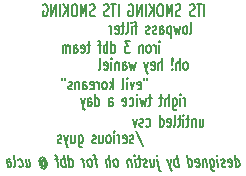
<source format=gbr>
%TF.GenerationSoftware,KiCad,Pcbnew,9.0.7*%
%TF.CreationDate,2026-01-27T19:55:09-08:00*%
%TF.ProjectId,gm_pogopin,676d5f70-6f67-46f7-9069-6e2e6b696361,rev?*%
%TF.SameCoordinates,Original*%
%TF.FileFunction,Legend,Bot*%
%TF.FilePolarity,Positive*%
%FSLAX46Y46*%
G04 Gerber Fmt 4.6, Leading zero omitted, Abs format (unit mm)*
G04 Created by KiCad (PCBNEW 9.0.7) date 2026-01-27 19:55:09*
%MOMM*%
%LPD*%
G01*
G04 APERTURE LIST*
%ADD10C,0.140000*%
%ADD11C,0.175000*%
G04 APERTURE END LIST*
D10*
X160992884Y-82670339D02*
X161059551Y-82622720D01*
X161059551Y-82622720D02*
X161092884Y-82527481D01*
X161092884Y-82527481D02*
X161092884Y-81670339D01*
X160626217Y-82670339D02*
X160692884Y-82622720D01*
X160692884Y-82622720D02*
X160726217Y-82575100D01*
X160726217Y-82575100D02*
X160759550Y-82479862D01*
X160759550Y-82479862D02*
X160759550Y-82194148D01*
X160759550Y-82194148D02*
X160726217Y-82098910D01*
X160726217Y-82098910D02*
X160692884Y-82051291D01*
X160692884Y-82051291D02*
X160626217Y-82003672D01*
X160626217Y-82003672D02*
X160526217Y-82003672D01*
X160526217Y-82003672D02*
X160459550Y-82051291D01*
X160459550Y-82051291D02*
X160426217Y-82098910D01*
X160426217Y-82098910D02*
X160392884Y-82194148D01*
X160392884Y-82194148D02*
X160392884Y-82479862D01*
X160392884Y-82479862D02*
X160426217Y-82575100D01*
X160426217Y-82575100D02*
X160459550Y-82622720D01*
X160459550Y-82622720D02*
X160526217Y-82670339D01*
X160526217Y-82670339D02*
X160626217Y-82670339D01*
X160159551Y-82003672D02*
X160026217Y-82670339D01*
X160026217Y-82670339D02*
X159892884Y-82194148D01*
X159892884Y-82194148D02*
X159759551Y-82670339D01*
X159759551Y-82670339D02*
X159626217Y-82003672D01*
X159359551Y-82003672D02*
X159359551Y-83003672D01*
X159359551Y-82051291D02*
X159292884Y-82003672D01*
X159292884Y-82003672D02*
X159159551Y-82003672D01*
X159159551Y-82003672D02*
X159092884Y-82051291D01*
X159092884Y-82051291D02*
X159059551Y-82098910D01*
X159059551Y-82098910D02*
X159026218Y-82194148D01*
X159026218Y-82194148D02*
X159026218Y-82479862D01*
X159026218Y-82479862D02*
X159059551Y-82575100D01*
X159059551Y-82575100D02*
X159092884Y-82622720D01*
X159092884Y-82622720D02*
X159159551Y-82670339D01*
X159159551Y-82670339D02*
X159292884Y-82670339D01*
X159292884Y-82670339D02*
X159359551Y-82622720D01*
X158426218Y-82670339D02*
X158426218Y-82146529D01*
X158426218Y-82146529D02*
X158459551Y-82051291D01*
X158459551Y-82051291D02*
X158526218Y-82003672D01*
X158526218Y-82003672D02*
X158659551Y-82003672D01*
X158659551Y-82003672D02*
X158726218Y-82051291D01*
X158426218Y-82622720D02*
X158492885Y-82670339D01*
X158492885Y-82670339D02*
X158659551Y-82670339D01*
X158659551Y-82670339D02*
X158726218Y-82622720D01*
X158726218Y-82622720D02*
X158759551Y-82527481D01*
X158759551Y-82527481D02*
X158759551Y-82432243D01*
X158759551Y-82432243D02*
X158726218Y-82337005D01*
X158726218Y-82337005D02*
X158659551Y-82289386D01*
X158659551Y-82289386D02*
X158492885Y-82289386D01*
X158492885Y-82289386D02*
X158426218Y-82241767D01*
X158126218Y-82622720D02*
X158059552Y-82670339D01*
X158059552Y-82670339D02*
X157926218Y-82670339D01*
X157926218Y-82670339D02*
X157859552Y-82622720D01*
X157859552Y-82622720D02*
X157826218Y-82527481D01*
X157826218Y-82527481D02*
X157826218Y-82479862D01*
X157826218Y-82479862D02*
X157859552Y-82384624D01*
X157859552Y-82384624D02*
X157926218Y-82337005D01*
X157926218Y-82337005D02*
X158026218Y-82337005D01*
X158026218Y-82337005D02*
X158092885Y-82289386D01*
X158092885Y-82289386D02*
X158126218Y-82194148D01*
X158126218Y-82194148D02*
X158126218Y-82146529D01*
X158126218Y-82146529D02*
X158092885Y-82051291D01*
X158092885Y-82051291D02*
X158026218Y-82003672D01*
X158026218Y-82003672D02*
X157926218Y-82003672D01*
X157926218Y-82003672D02*
X157859552Y-82051291D01*
X157559551Y-82622720D02*
X157492885Y-82670339D01*
X157492885Y-82670339D02*
X157359551Y-82670339D01*
X157359551Y-82670339D02*
X157292885Y-82622720D01*
X157292885Y-82622720D02*
X157259551Y-82527481D01*
X157259551Y-82527481D02*
X157259551Y-82479862D01*
X157259551Y-82479862D02*
X157292885Y-82384624D01*
X157292885Y-82384624D02*
X157359551Y-82337005D01*
X157359551Y-82337005D02*
X157459551Y-82337005D01*
X157459551Y-82337005D02*
X157526218Y-82289386D01*
X157526218Y-82289386D02*
X157559551Y-82194148D01*
X157559551Y-82194148D02*
X157559551Y-82146529D01*
X157559551Y-82146529D02*
X157526218Y-82051291D01*
X157526218Y-82051291D02*
X157459551Y-82003672D01*
X157459551Y-82003672D02*
X157359551Y-82003672D01*
X157359551Y-82003672D02*
X157292885Y-82051291D01*
X156526218Y-82003672D02*
X156259551Y-82003672D01*
X156426218Y-82670339D02*
X156426218Y-81813196D01*
X156426218Y-81813196D02*
X156392885Y-81717958D01*
X156392885Y-81717958D02*
X156326218Y-81670339D01*
X156326218Y-81670339D02*
X156259551Y-81670339D01*
X156026218Y-82670339D02*
X156026218Y-82003672D01*
X156026218Y-81670339D02*
X156059551Y-81717958D01*
X156059551Y-81717958D02*
X156026218Y-81765577D01*
X156026218Y-81765577D02*
X155992885Y-81717958D01*
X155992885Y-81717958D02*
X156026218Y-81670339D01*
X156026218Y-81670339D02*
X156026218Y-81765577D01*
X155592885Y-82670339D02*
X155659552Y-82622720D01*
X155659552Y-82622720D02*
X155692885Y-82527481D01*
X155692885Y-82527481D02*
X155692885Y-81670339D01*
X155426218Y-82003672D02*
X155159551Y-82003672D01*
X155326218Y-81670339D02*
X155326218Y-82527481D01*
X155326218Y-82527481D02*
X155292885Y-82622720D01*
X155292885Y-82622720D02*
X155226218Y-82670339D01*
X155226218Y-82670339D02*
X155159551Y-82670339D01*
X154659551Y-82622720D02*
X154726218Y-82670339D01*
X154726218Y-82670339D02*
X154859551Y-82670339D01*
X154859551Y-82670339D02*
X154926218Y-82622720D01*
X154926218Y-82622720D02*
X154959551Y-82527481D01*
X154959551Y-82527481D02*
X154959551Y-82146529D01*
X154959551Y-82146529D02*
X154926218Y-82051291D01*
X154926218Y-82051291D02*
X154859551Y-82003672D01*
X154859551Y-82003672D02*
X154726218Y-82003672D01*
X154726218Y-82003672D02*
X154659551Y-82051291D01*
X154659551Y-82051291D02*
X154626218Y-82146529D01*
X154626218Y-82146529D02*
X154626218Y-82241767D01*
X154626218Y-82241767D02*
X154959551Y-82337005D01*
X154326218Y-82670339D02*
X154326218Y-82003672D01*
X154326218Y-82194148D02*
X154292885Y-82098910D01*
X154292885Y-82098910D02*
X154259551Y-82051291D01*
X154259551Y-82051291D02*
X154192885Y-82003672D01*
X154192885Y-82003672D02*
X154126218Y-82003672D01*
X158392884Y-84270339D02*
X158392884Y-83603672D01*
X158392884Y-83270339D02*
X158426217Y-83317958D01*
X158426217Y-83317958D02*
X158392884Y-83365577D01*
X158392884Y-83365577D02*
X158359551Y-83317958D01*
X158359551Y-83317958D02*
X158392884Y-83270339D01*
X158392884Y-83270339D02*
X158392884Y-83365577D01*
X158059551Y-84270339D02*
X158059551Y-83603672D01*
X158059551Y-83794148D02*
X158026218Y-83698910D01*
X158026218Y-83698910D02*
X157992884Y-83651291D01*
X157992884Y-83651291D02*
X157926218Y-83603672D01*
X157926218Y-83603672D02*
X157859551Y-83603672D01*
X157526218Y-84270339D02*
X157592885Y-84222720D01*
X157592885Y-84222720D02*
X157626218Y-84175100D01*
X157626218Y-84175100D02*
X157659551Y-84079862D01*
X157659551Y-84079862D02*
X157659551Y-83794148D01*
X157659551Y-83794148D02*
X157626218Y-83698910D01*
X157626218Y-83698910D02*
X157592885Y-83651291D01*
X157592885Y-83651291D02*
X157526218Y-83603672D01*
X157526218Y-83603672D02*
X157426218Y-83603672D01*
X157426218Y-83603672D02*
X157359551Y-83651291D01*
X157359551Y-83651291D02*
X157326218Y-83698910D01*
X157326218Y-83698910D02*
X157292885Y-83794148D01*
X157292885Y-83794148D02*
X157292885Y-84079862D01*
X157292885Y-84079862D02*
X157326218Y-84175100D01*
X157326218Y-84175100D02*
X157359551Y-84222720D01*
X157359551Y-84222720D02*
X157426218Y-84270339D01*
X157426218Y-84270339D02*
X157526218Y-84270339D01*
X156992885Y-83603672D02*
X156992885Y-84270339D01*
X156992885Y-83698910D02*
X156959552Y-83651291D01*
X156959552Y-83651291D02*
X156892885Y-83603672D01*
X156892885Y-83603672D02*
X156792885Y-83603672D01*
X156792885Y-83603672D02*
X156726218Y-83651291D01*
X156726218Y-83651291D02*
X156692885Y-83746529D01*
X156692885Y-83746529D02*
X156692885Y-84270339D01*
X155892886Y-83270339D02*
X155459552Y-83270339D01*
X155459552Y-83270339D02*
X155692886Y-83651291D01*
X155692886Y-83651291D02*
X155592886Y-83651291D01*
X155592886Y-83651291D02*
X155526219Y-83698910D01*
X155526219Y-83698910D02*
X155492886Y-83746529D01*
X155492886Y-83746529D02*
X155459552Y-83841767D01*
X155459552Y-83841767D02*
X155459552Y-84079862D01*
X155459552Y-84079862D02*
X155492886Y-84175100D01*
X155492886Y-84175100D02*
X155526219Y-84222720D01*
X155526219Y-84222720D02*
X155592886Y-84270339D01*
X155592886Y-84270339D02*
X155792886Y-84270339D01*
X155792886Y-84270339D02*
X155859552Y-84222720D01*
X155859552Y-84222720D02*
X155892886Y-84175100D01*
X154326219Y-84270339D02*
X154326219Y-83270339D01*
X154326219Y-84222720D02*
X154392886Y-84270339D01*
X154392886Y-84270339D02*
X154526219Y-84270339D01*
X154526219Y-84270339D02*
X154592886Y-84222720D01*
X154592886Y-84222720D02*
X154626219Y-84175100D01*
X154626219Y-84175100D02*
X154659552Y-84079862D01*
X154659552Y-84079862D02*
X154659552Y-83794148D01*
X154659552Y-83794148D02*
X154626219Y-83698910D01*
X154626219Y-83698910D02*
X154592886Y-83651291D01*
X154592886Y-83651291D02*
X154526219Y-83603672D01*
X154526219Y-83603672D02*
X154392886Y-83603672D01*
X154392886Y-83603672D02*
X154326219Y-83651291D01*
X153992886Y-84270339D02*
X153992886Y-83270339D01*
X153992886Y-83651291D02*
X153926219Y-83603672D01*
X153926219Y-83603672D02*
X153792886Y-83603672D01*
X153792886Y-83603672D02*
X153726219Y-83651291D01*
X153726219Y-83651291D02*
X153692886Y-83698910D01*
X153692886Y-83698910D02*
X153659553Y-83794148D01*
X153659553Y-83794148D02*
X153659553Y-84079862D01*
X153659553Y-84079862D02*
X153692886Y-84175100D01*
X153692886Y-84175100D02*
X153726219Y-84222720D01*
X153726219Y-84222720D02*
X153792886Y-84270339D01*
X153792886Y-84270339D02*
X153926219Y-84270339D01*
X153926219Y-84270339D02*
X153992886Y-84222720D01*
X153459553Y-83603672D02*
X153192886Y-83603672D01*
X153359553Y-84270339D02*
X153359553Y-83413196D01*
X153359553Y-83413196D02*
X153326220Y-83317958D01*
X153326220Y-83317958D02*
X153259553Y-83270339D01*
X153259553Y-83270339D02*
X153192886Y-83270339D01*
X152526220Y-83603672D02*
X152259553Y-83603672D01*
X152426220Y-83270339D02*
X152426220Y-84127481D01*
X152426220Y-84127481D02*
X152392887Y-84222720D01*
X152392887Y-84222720D02*
X152326220Y-84270339D01*
X152326220Y-84270339D02*
X152259553Y-84270339D01*
X151759553Y-84222720D02*
X151826220Y-84270339D01*
X151826220Y-84270339D02*
X151959553Y-84270339D01*
X151959553Y-84270339D02*
X152026220Y-84222720D01*
X152026220Y-84222720D02*
X152059553Y-84127481D01*
X152059553Y-84127481D02*
X152059553Y-83746529D01*
X152059553Y-83746529D02*
X152026220Y-83651291D01*
X152026220Y-83651291D02*
X151959553Y-83603672D01*
X151959553Y-83603672D02*
X151826220Y-83603672D01*
X151826220Y-83603672D02*
X151759553Y-83651291D01*
X151759553Y-83651291D02*
X151726220Y-83746529D01*
X151726220Y-83746529D02*
X151726220Y-83841767D01*
X151726220Y-83841767D02*
X152059553Y-83937005D01*
X151126220Y-84270339D02*
X151126220Y-83746529D01*
X151126220Y-83746529D02*
X151159553Y-83651291D01*
X151159553Y-83651291D02*
X151226220Y-83603672D01*
X151226220Y-83603672D02*
X151359553Y-83603672D01*
X151359553Y-83603672D02*
X151426220Y-83651291D01*
X151126220Y-84222720D02*
X151192887Y-84270339D01*
X151192887Y-84270339D02*
X151359553Y-84270339D01*
X151359553Y-84270339D02*
X151426220Y-84222720D01*
X151426220Y-84222720D02*
X151459553Y-84127481D01*
X151459553Y-84127481D02*
X151459553Y-84032243D01*
X151459553Y-84032243D02*
X151426220Y-83937005D01*
X151426220Y-83937005D02*
X151359553Y-83889386D01*
X151359553Y-83889386D02*
X151192887Y-83889386D01*
X151192887Y-83889386D02*
X151126220Y-83841767D01*
X150792887Y-84270339D02*
X150792887Y-83603672D01*
X150792887Y-83698910D02*
X150759554Y-83651291D01*
X150759554Y-83651291D02*
X150692887Y-83603672D01*
X150692887Y-83603672D02*
X150592887Y-83603672D01*
X150592887Y-83603672D02*
X150526220Y-83651291D01*
X150526220Y-83651291D02*
X150492887Y-83746529D01*
X150492887Y-83746529D02*
X150492887Y-84270339D01*
X150492887Y-83746529D02*
X150459554Y-83651291D01*
X150459554Y-83651291D02*
X150392887Y-83603672D01*
X150392887Y-83603672D02*
X150292887Y-83603672D01*
X150292887Y-83603672D02*
X150226220Y-83651291D01*
X150226220Y-83651291D02*
X150192887Y-83746529D01*
X150192887Y-83746529D02*
X150192887Y-84270339D01*
X156392884Y-90872720D02*
X156992884Y-92158434D01*
X156192884Y-91872720D02*
X156126218Y-91920339D01*
X156126218Y-91920339D02*
X155992884Y-91920339D01*
X155992884Y-91920339D02*
X155926218Y-91872720D01*
X155926218Y-91872720D02*
X155892884Y-91777481D01*
X155892884Y-91777481D02*
X155892884Y-91729862D01*
X155892884Y-91729862D02*
X155926218Y-91634624D01*
X155926218Y-91634624D02*
X155992884Y-91587005D01*
X155992884Y-91587005D02*
X156092884Y-91587005D01*
X156092884Y-91587005D02*
X156159551Y-91539386D01*
X156159551Y-91539386D02*
X156192884Y-91444148D01*
X156192884Y-91444148D02*
X156192884Y-91396529D01*
X156192884Y-91396529D02*
X156159551Y-91301291D01*
X156159551Y-91301291D02*
X156092884Y-91253672D01*
X156092884Y-91253672D02*
X155992884Y-91253672D01*
X155992884Y-91253672D02*
X155926218Y-91301291D01*
X155326217Y-91872720D02*
X155392884Y-91920339D01*
X155392884Y-91920339D02*
X155526217Y-91920339D01*
X155526217Y-91920339D02*
X155592884Y-91872720D01*
X155592884Y-91872720D02*
X155626217Y-91777481D01*
X155626217Y-91777481D02*
X155626217Y-91396529D01*
X155626217Y-91396529D02*
X155592884Y-91301291D01*
X155592884Y-91301291D02*
X155526217Y-91253672D01*
X155526217Y-91253672D02*
X155392884Y-91253672D01*
X155392884Y-91253672D02*
X155326217Y-91301291D01*
X155326217Y-91301291D02*
X155292884Y-91396529D01*
X155292884Y-91396529D02*
X155292884Y-91491767D01*
X155292884Y-91491767D02*
X155626217Y-91587005D01*
X154992884Y-91920339D02*
X154992884Y-91253672D01*
X154992884Y-91444148D02*
X154959551Y-91348910D01*
X154959551Y-91348910D02*
X154926217Y-91301291D01*
X154926217Y-91301291D02*
X154859551Y-91253672D01*
X154859551Y-91253672D02*
X154792884Y-91253672D01*
X154559551Y-91920339D02*
X154559551Y-91253672D01*
X154559551Y-90920339D02*
X154592884Y-90967958D01*
X154592884Y-90967958D02*
X154559551Y-91015577D01*
X154559551Y-91015577D02*
X154526218Y-90967958D01*
X154526218Y-90967958D02*
X154559551Y-90920339D01*
X154559551Y-90920339D02*
X154559551Y-91015577D01*
X154126218Y-91920339D02*
X154192885Y-91872720D01*
X154192885Y-91872720D02*
X154226218Y-91825100D01*
X154226218Y-91825100D02*
X154259551Y-91729862D01*
X154259551Y-91729862D02*
X154259551Y-91444148D01*
X154259551Y-91444148D02*
X154226218Y-91348910D01*
X154226218Y-91348910D02*
X154192885Y-91301291D01*
X154192885Y-91301291D02*
X154126218Y-91253672D01*
X154126218Y-91253672D02*
X154026218Y-91253672D01*
X154026218Y-91253672D02*
X153959551Y-91301291D01*
X153959551Y-91301291D02*
X153926218Y-91348910D01*
X153926218Y-91348910D02*
X153892885Y-91444148D01*
X153892885Y-91444148D02*
X153892885Y-91729862D01*
X153892885Y-91729862D02*
X153926218Y-91825100D01*
X153926218Y-91825100D02*
X153959551Y-91872720D01*
X153959551Y-91872720D02*
X154026218Y-91920339D01*
X154026218Y-91920339D02*
X154126218Y-91920339D01*
X153292885Y-91253672D02*
X153292885Y-91920339D01*
X153592885Y-91253672D02*
X153592885Y-91777481D01*
X153592885Y-91777481D02*
X153559552Y-91872720D01*
X153559552Y-91872720D02*
X153492885Y-91920339D01*
X153492885Y-91920339D02*
X153392885Y-91920339D01*
X153392885Y-91920339D02*
X153326218Y-91872720D01*
X153326218Y-91872720D02*
X153292885Y-91825100D01*
X152992885Y-91872720D02*
X152926219Y-91920339D01*
X152926219Y-91920339D02*
X152792885Y-91920339D01*
X152792885Y-91920339D02*
X152726219Y-91872720D01*
X152726219Y-91872720D02*
X152692885Y-91777481D01*
X152692885Y-91777481D02*
X152692885Y-91729862D01*
X152692885Y-91729862D02*
X152726219Y-91634624D01*
X152726219Y-91634624D02*
X152792885Y-91587005D01*
X152792885Y-91587005D02*
X152892885Y-91587005D01*
X152892885Y-91587005D02*
X152959552Y-91539386D01*
X152959552Y-91539386D02*
X152992885Y-91444148D01*
X152992885Y-91444148D02*
X152992885Y-91396529D01*
X152992885Y-91396529D02*
X152959552Y-91301291D01*
X152959552Y-91301291D02*
X152892885Y-91253672D01*
X152892885Y-91253672D02*
X152792885Y-91253672D01*
X152792885Y-91253672D02*
X152726219Y-91301291D01*
X151559552Y-91253672D02*
X151559552Y-92063196D01*
X151559552Y-92063196D02*
X151592885Y-92158434D01*
X151592885Y-92158434D02*
X151626219Y-92206053D01*
X151626219Y-92206053D02*
X151692885Y-92253672D01*
X151692885Y-92253672D02*
X151792885Y-92253672D01*
X151792885Y-92253672D02*
X151859552Y-92206053D01*
X151559552Y-91872720D02*
X151626219Y-91920339D01*
X151626219Y-91920339D02*
X151759552Y-91920339D01*
X151759552Y-91920339D02*
X151826219Y-91872720D01*
X151826219Y-91872720D02*
X151859552Y-91825100D01*
X151859552Y-91825100D02*
X151892885Y-91729862D01*
X151892885Y-91729862D02*
X151892885Y-91444148D01*
X151892885Y-91444148D02*
X151859552Y-91348910D01*
X151859552Y-91348910D02*
X151826219Y-91301291D01*
X151826219Y-91301291D02*
X151759552Y-91253672D01*
X151759552Y-91253672D02*
X151626219Y-91253672D01*
X151626219Y-91253672D02*
X151559552Y-91301291D01*
X150926219Y-91253672D02*
X150926219Y-91920339D01*
X151226219Y-91253672D02*
X151226219Y-91777481D01*
X151226219Y-91777481D02*
X151192886Y-91872720D01*
X151192886Y-91872720D02*
X151126219Y-91920339D01*
X151126219Y-91920339D02*
X151026219Y-91920339D01*
X151026219Y-91920339D02*
X150959552Y-91872720D01*
X150959552Y-91872720D02*
X150926219Y-91825100D01*
X150659553Y-91253672D02*
X150492886Y-91920339D01*
X150326219Y-91253672D02*
X150492886Y-91920339D01*
X150492886Y-91920339D02*
X150559553Y-92158434D01*
X150559553Y-92158434D02*
X150592886Y-92206053D01*
X150592886Y-92206053D02*
X150659553Y-92253672D01*
X150092886Y-91872720D02*
X150026220Y-91920339D01*
X150026220Y-91920339D02*
X149892886Y-91920339D01*
X149892886Y-91920339D02*
X149826220Y-91872720D01*
X149826220Y-91872720D02*
X149792886Y-91777481D01*
X149792886Y-91777481D02*
X149792886Y-91729862D01*
X149792886Y-91729862D02*
X149826220Y-91634624D01*
X149826220Y-91634624D02*
X149892886Y-91587005D01*
X149892886Y-91587005D02*
X149992886Y-91587005D01*
X149992886Y-91587005D02*
X150059553Y-91539386D01*
X150059553Y-91539386D02*
X150092886Y-91444148D01*
X150092886Y-91444148D02*
X150092886Y-91396529D01*
X150092886Y-91396529D02*
X150059553Y-91301291D01*
X150059553Y-91301291D02*
X149992886Y-91253672D01*
X149992886Y-91253672D02*
X149892886Y-91253672D01*
X149892886Y-91253672D02*
X149826220Y-91301291D01*
X162192884Y-81170339D02*
X162192884Y-80170339D01*
X161959551Y-80170339D02*
X161559551Y-80170339D01*
X161759551Y-81170339D02*
X161759551Y-80170339D01*
X161359551Y-81122720D02*
X161259551Y-81170339D01*
X161259551Y-81170339D02*
X161092885Y-81170339D01*
X161092885Y-81170339D02*
X161026218Y-81122720D01*
X161026218Y-81122720D02*
X160992885Y-81075100D01*
X160992885Y-81075100D02*
X160959551Y-80979862D01*
X160959551Y-80979862D02*
X160959551Y-80884624D01*
X160959551Y-80884624D02*
X160992885Y-80789386D01*
X160992885Y-80789386D02*
X161026218Y-80741767D01*
X161026218Y-80741767D02*
X161092885Y-80694148D01*
X161092885Y-80694148D02*
X161226218Y-80646529D01*
X161226218Y-80646529D02*
X161292885Y-80598910D01*
X161292885Y-80598910D02*
X161326218Y-80551291D01*
X161326218Y-80551291D02*
X161359551Y-80456053D01*
X161359551Y-80456053D02*
X161359551Y-80360815D01*
X161359551Y-80360815D02*
X161326218Y-80265577D01*
X161326218Y-80265577D02*
X161292885Y-80217958D01*
X161292885Y-80217958D02*
X161226218Y-80170339D01*
X161226218Y-80170339D02*
X161059551Y-80170339D01*
X161059551Y-80170339D02*
X160959551Y-80217958D01*
X160159551Y-81122720D02*
X160059551Y-81170339D01*
X160059551Y-81170339D02*
X159892885Y-81170339D01*
X159892885Y-81170339D02*
X159826218Y-81122720D01*
X159826218Y-81122720D02*
X159792885Y-81075100D01*
X159792885Y-81075100D02*
X159759551Y-80979862D01*
X159759551Y-80979862D02*
X159759551Y-80884624D01*
X159759551Y-80884624D02*
X159792885Y-80789386D01*
X159792885Y-80789386D02*
X159826218Y-80741767D01*
X159826218Y-80741767D02*
X159892885Y-80694148D01*
X159892885Y-80694148D02*
X160026218Y-80646529D01*
X160026218Y-80646529D02*
X160092885Y-80598910D01*
X160092885Y-80598910D02*
X160126218Y-80551291D01*
X160126218Y-80551291D02*
X160159551Y-80456053D01*
X160159551Y-80456053D02*
X160159551Y-80360815D01*
X160159551Y-80360815D02*
X160126218Y-80265577D01*
X160126218Y-80265577D02*
X160092885Y-80217958D01*
X160092885Y-80217958D02*
X160026218Y-80170339D01*
X160026218Y-80170339D02*
X159859551Y-80170339D01*
X159859551Y-80170339D02*
X159759551Y-80217958D01*
X159459551Y-81170339D02*
X159459551Y-80170339D01*
X159459551Y-80170339D02*
X159226218Y-80884624D01*
X159226218Y-80884624D02*
X158992884Y-80170339D01*
X158992884Y-80170339D02*
X158992884Y-81170339D01*
X158526218Y-80170339D02*
X158392884Y-80170339D01*
X158392884Y-80170339D02*
X158326218Y-80217958D01*
X158326218Y-80217958D02*
X158259551Y-80313196D01*
X158259551Y-80313196D02*
X158226218Y-80503672D01*
X158226218Y-80503672D02*
X158226218Y-80837005D01*
X158226218Y-80837005D02*
X158259551Y-81027481D01*
X158259551Y-81027481D02*
X158326218Y-81122720D01*
X158326218Y-81122720D02*
X158392884Y-81170339D01*
X158392884Y-81170339D02*
X158526218Y-81170339D01*
X158526218Y-81170339D02*
X158592884Y-81122720D01*
X158592884Y-81122720D02*
X158659551Y-81027481D01*
X158659551Y-81027481D02*
X158692884Y-80837005D01*
X158692884Y-80837005D02*
X158692884Y-80503672D01*
X158692884Y-80503672D02*
X158659551Y-80313196D01*
X158659551Y-80313196D02*
X158592884Y-80217958D01*
X158592884Y-80217958D02*
X158526218Y-80170339D01*
X157926218Y-81170339D02*
X157926218Y-80170339D01*
X157526218Y-81170339D02*
X157826218Y-80598910D01*
X157526218Y-80170339D02*
X157926218Y-80741767D01*
X157226218Y-81170339D02*
X157226218Y-80170339D01*
X156892885Y-81170339D02*
X156892885Y-80170339D01*
X156892885Y-80170339D02*
X156492885Y-81170339D01*
X156492885Y-81170339D02*
X156492885Y-80170339D01*
X155792885Y-80217958D02*
X155859552Y-80170339D01*
X155859552Y-80170339D02*
X155959552Y-80170339D01*
X155959552Y-80170339D02*
X156059552Y-80217958D01*
X156059552Y-80217958D02*
X156126219Y-80313196D01*
X156126219Y-80313196D02*
X156159552Y-80408434D01*
X156159552Y-80408434D02*
X156192885Y-80598910D01*
X156192885Y-80598910D02*
X156192885Y-80741767D01*
X156192885Y-80741767D02*
X156159552Y-80932243D01*
X156159552Y-80932243D02*
X156126219Y-81027481D01*
X156126219Y-81027481D02*
X156059552Y-81122720D01*
X156059552Y-81122720D02*
X155959552Y-81170339D01*
X155959552Y-81170339D02*
X155892885Y-81170339D01*
X155892885Y-81170339D02*
X155792885Y-81122720D01*
X155792885Y-81122720D02*
X155759552Y-81075100D01*
X155759552Y-81075100D02*
X155759552Y-80741767D01*
X155759552Y-80741767D02*
X155892885Y-80741767D01*
X154926219Y-81170339D02*
X154926219Y-80170339D01*
X154692886Y-80170339D02*
X154292886Y-80170339D01*
X154492886Y-81170339D02*
X154492886Y-80170339D01*
X154092886Y-81122720D02*
X153992886Y-81170339D01*
X153992886Y-81170339D02*
X153826220Y-81170339D01*
X153826220Y-81170339D02*
X153759553Y-81122720D01*
X153759553Y-81122720D02*
X153726220Y-81075100D01*
X153726220Y-81075100D02*
X153692886Y-80979862D01*
X153692886Y-80979862D02*
X153692886Y-80884624D01*
X153692886Y-80884624D02*
X153726220Y-80789386D01*
X153726220Y-80789386D02*
X153759553Y-80741767D01*
X153759553Y-80741767D02*
X153826220Y-80694148D01*
X153826220Y-80694148D02*
X153959553Y-80646529D01*
X153959553Y-80646529D02*
X154026220Y-80598910D01*
X154026220Y-80598910D02*
X154059553Y-80551291D01*
X154059553Y-80551291D02*
X154092886Y-80456053D01*
X154092886Y-80456053D02*
X154092886Y-80360815D01*
X154092886Y-80360815D02*
X154059553Y-80265577D01*
X154059553Y-80265577D02*
X154026220Y-80217958D01*
X154026220Y-80217958D02*
X153959553Y-80170339D01*
X153959553Y-80170339D02*
X153792886Y-80170339D01*
X153792886Y-80170339D02*
X153692886Y-80217958D01*
X152892886Y-81122720D02*
X152792886Y-81170339D01*
X152792886Y-81170339D02*
X152626220Y-81170339D01*
X152626220Y-81170339D02*
X152559553Y-81122720D01*
X152559553Y-81122720D02*
X152526220Y-81075100D01*
X152526220Y-81075100D02*
X152492886Y-80979862D01*
X152492886Y-80979862D02*
X152492886Y-80884624D01*
X152492886Y-80884624D02*
X152526220Y-80789386D01*
X152526220Y-80789386D02*
X152559553Y-80741767D01*
X152559553Y-80741767D02*
X152626220Y-80694148D01*
X152626220Y-80694148D02*
X152759553Y-80646529D01*
X152759553Y-80646529D02*
X152826220Y-80598910D01*
X152826220Y-80598910D02*
X152859553Y-80551291D01*
X152859553Y-80551291D02*
X152892886Y-80456053D01*
X152892886Y-80456053D02*
X152892886Y-80360815D01*
X152892886Y-80360815D02*
X152859553Y-80265577D01*
X152859553Y-80265577D02*
X152826220Y-80217958D01*
X152826220Y-80217958D02*
X152759553Y-80170339D01*
X152759553Y-80170339D02*
X152592886Y-80170339D01*
X152592886Y-80170339D02*
X152492886Y-80217958D01*
X152192886Y-81170339D02*
X152192886Y-80170339D01*
X152192886Y-80170339D02*
X151959553Y-80884624D01*
X151959553Y-80884624D02*
X151726219Y-80170339D01*
X151726219Y-80170339D02*
X151726219Y-81170339D01*
X151259553Y-80170339D02*
X151126219Y-80170339D01*
X151126219Y-80170339D02*
X151059553Y-80217958D01*
X151059553Y-80217958D02*
X150992886Y-80313196D01*
X150992886Y-80313196D02*
X150959553Y-80503672D01*
X150959553Y-80503672D02*
X150959553Y-80837005D01*
X150959553Y-80837005D02*
X150992886Y-81027481D01*
X150992886Y-81027481D02*
X151059553Y-81122720D01*
X151059553Y-81122720D02*
X151126219Y-81170339D01*
X151126219Y-81170339D02*
X151259553Y-81170339D01*
X151259553Y-81170339D02*
X151326219Y-81122720D01*
X151326219Y-81122720D02*
X151392886Y-81027481D01*
X151392886Y-81027481D02*
X151426219Y-80837005D01*
X151426219Y-80837005D02*
X151426219Y-80503672D01*
X151426219Y-80503672D02*
X151392886Y-80313196D01*
X151392886Y-80313196D02*
X151326219Y-80217958D01*
X151326219Y-80217958D02*
X151259553Y-80170339D01*
X150659553Y-81170339D02*
X150659553Y-80170339D01*
X150259553Y-81170339D02*
X150559553Y-80598910D01*
X150259553Y-80170339D02*
X150659553Y-80741767D01*
X149959553Y-81170339D02*
X149959553Y-80170339D01*
X149626220Y-81170339D02*
X149626220Y-80170339D01*
X149626220Y-80170339D02*
X149226220Y-81170339D01*
X149226220Y-81170339D02*
X149226220Y-80170339D01*
X148526220Y-80217958D02*
X148592887Y-80170339D01*
X148592887Y-80170339D02*
X148692887Y-80170339D01*
X148692887Y-80170339D02*
X148792887Y-80217958D01*
X148792887Y-80217958D02*
X148859554Y-80313196D01*
X148859554Y-80313196D02*
X148892887Y-80408434D01*
X148892887Y-80408434D02*
X148926220Y-80598910D01*
X148926220Y-80598910D02*
X148926220Y-80741767D01*
X148926220Y-80741767D02*
X148892887Y-80932243D01*
X148892887Y-80932243D02*
X148859554Y-81027481D01*
X148859554Y-81027481D02*
X148792887Y-81122720D01*
X148792887Y-81122720D02*
X148692887Y-81170339D01*
X148692887Y-81170339D02*
X148626220Y-81170339D01*
X148626220Y-81170339D02*
X148526220Y-81122720D01*
X148526220Y-81122720D02*
X148492887Y-81075100D01*
X148492887Y-81075100D02*
X148492887Y-80741767D01*
X148492887Y-80741767D02*
X148626220Y-80741767D01*
X161792884Y-89853672D02*
X161792884Y-90520339D01*
X162092884Y-89853672D02*
X162092884Y-90377481D01*
X162092884Y-90377481D02*
X162059551Y-90472720D01*
X162059551Y-90472720D02*
X161992884Y-90520339D01*
X161992884Y-90520339D02*
X161892884Y-90520339D01*
X161892884Y-90520339D02*
X161826217Y-90472720D01*
X161826217Y-90472720D02*
X161792884Y-90425100D01*
X161459551Y-89853672D02*
X161459551Y-90520339D01*
X161459551Y-89948910D02*
X161426218Y-89901291D01*
X161426218Y-89901291D02*
X161359551Y-89853672D01*
X161359551Y-89853672D02*
X161259551Y-89853672D01*
X161259551Y-89853672D02*
X161192884Y-89901291D01*
X161192884Y-89901291D02*
X161159551Y-89996529D01*
X161159551Y-89996529D02*
X161159551Y-90520339D01*
X160926218Y-89853672D02*
X160659551Y-89853672D01*
X160826218Y-89520339D02*
X160826218Y-90377481D01*
X160826218Y-90377481D02*
X160792885Y-90472720D01*
X160792885Y-90472720D02*
X160726218Y-90520339D01*
X160726218Y-90520339D02*
X160659551Y-90520339D01*
X160426218Y-90520339D02*
X160426218Y-89853672D01*
X160426218Y-89520339D02*
X160459551Y-89567958D01*
X160459551Y-89567958D02*
X160426218Y-89615577D01*
X160426218Y-89615577D02*
X160392885Y-89567958D01*
X160392885Y-89567958D02*
X160426218Y-89520339D01*
X160426218Y-89520339D02*
X160426218Y-89615577D01*
X160192885Y-89853672D02*
X159926218Y-89853672D01*
X160092885Y-89520339D02*
X160092885Y-90377481D01*
X160092885Y-90377481D02*
X160059552Y-90472720D01*
X160059552Y-90472720D02*
X159992885Y-90520339D01*
X159992885Y-90520339D02*
X159926218Y-90520339D01*
X159592885Y-90520339D02*
X159659552Y-90472720D01*
X159659552Y-90472720D02*
X159692885Y-90377481D01*
X159692885Y-90377481D02*
X159692885Y-89520339D01*
X159059551Y-90472720D02*
X159126218Y-90520339D01*
X159126218Y-90520339D02*
X159259551Y-90520339D01*
X159259551Y-90520339D02*
X159326218Y-90472720D01*
X159326218Y-90472720D02*
X159359551Y-90377481D01*
X159359551Y-90377481D02*
X159359551Y-89996529D01*
X159359551Y-89996529D02*
X159326218Y-89901291D01*
X159326218Y-89901291D02*
X159259551Y-89853672D01*
X159259551Y-89853672D02*
X159126218Y-89853672D01*
X159126218Y-89853672D02*
X159059551Y-89901291D01*
X159059551Y-89901291D02*
X159026218Y-89996529D01*
X159026218Y-89996529D02*
X159026218Y-90091767D01*
X159026218Y-90091767D02*
X159359551Y-90187005D01*
X158426218Y-90520339D02*
X158426218Y-89520339D01*
X158426218Y-90472720D02*
X158492885Y-90520339D01*
X158492885Y-90520339D02*
X158626218Y-90520339D01*
X158626218Y-90520339D02*
X158692885Y-90472720D01*
X158692885Y-90472720D02*
X158726218Y-90425100D01*
X158726218Y-90425100D02*
X158759551Y-90329862D01*
X158759551Y-90329862D02*
X158759551Y-90044148D01*
X158759551Y-90044148D02*
X158726218Y-89948910D01*
X158726218Y-89948910D02*
X158692885Y-89901291D01*
X158692885Y-89901291D02*
X158626218Y-89853672D01*
X158626218Y-89853672D02*
X158492885Y-89853672D01*
X158492885Y-89853672D02*
X158426218Y-89901291D01*
X157259552Y-90472720D02*
X157326219Y-90520339D01*
X157326219Y-90520339D02*
X157459552Y-90520339D01*
X157459552Y-90520339D02*
X157526219Y-90472720D01*
X157526219Y-90472720D02*
X157559552Y-90425100D01*
X157559552Y-90425100D02*
X157592885Y-90329862D01*
X157592885Y-90329862D02*
X157592885Y-90044148D01*
X157592885Y-90044148D02*
X157559552Y-89948910D01*
X157559552Y-89948910D02*
X157526219Y-89901291D01*
X157526219Y-89901291D02*
X157459552Y-89853672D01*
X157459552Y-89853672D02*
X157326219Y-89853672D01*
X157326219Y-89853672D02*
X157259552Y-89901291D01*
X156992885Y-90472720D02*
X156926219Y-90520339D01*
X156926219Y-90520339D02*
X156792885Y-90520339D01*
X156792885Y-90520339D02*
X156726219Y-90472720D01*
X156726219Y-90472720D02*
X156692885Y-90377481D01*
X156692885Y-90377481D02*
X156692885Y-90329862D01*
X156692885Y-90329862D02*
X156726219Y-90234624D01*
X156726219Y-90234624D02*
X156792885Y-90187005D01*
X156792885Y-90187005D02*
X156892885Y-90187005D01*
X156892885Y-90187005D02*
X156959552Y-90139386D01*
X156959552Y-90139386D02*
X156992885Y-90044148D01*
X156992885Y-90044148D02*
X156992885Y-89996529D01*
X156992885Y-89996529D02*
X156959552Y-89901291D01*
X156959552Y-89901291D02*
X156892885Y-89853672D01*
X156892885Y-89853672D02*
X156792885Y-89853672D01*
X156792885Y-89853672D02*
X156726219Y-89901291D01*
X156459552Y-89853672D02*
X156292885Y-90520339D01*
X156292885Y-90520339D02*
X156126218Y-89853672D01*
X157376217Y-86370339D02*
X157376217Y-86560815D01*
X157109551Y-86370339D02*
X157109551Y-86560815D01*
X156542884Y-87322720D02*
X156609551Y-87370339D01*
X156609551Y-87370339D02*
X156742884Y-87370339D01*
X156742884Y-87370339D02*
X156809551Y-87322720D01*
X156809551Y-87322720D02*
X156842884Y-87227481D01*
X156842884Y-87227481D02*
X156842884Y-86846529D01*
X156842884Y-86846529D02*
X156809551Y-86751291D01*
X156809551Y-86751291D02*
X156742884Y-86703672D01*
X156742884Y-86703672D02*
X156609551Y-86703672D01*
X156609551Y-86703672D02*
X156542884Y-86751291D01*
X156542884Y-86751291D02*
X156509551Y-86846529D01*
X156509551Y-86846529D02*
X156509551Y-86941767D01*
X156509551Y-86941767D02*
X156842884Y-87037005D01*
X156276218Y-86703672D02*
X156109551Y-87370339D01*
X156109551Y-87370339D02*
X155942884Y-86703672D01*
X155676218Y-87370339D02*
X155676218Y-86703672D01*
X155676218Y-86370339D02*
X155709551Y-86417958D01*
X155709551Y-86417958D02*
X155676218Y-86465577D01*
X155676218Y-86465577D02*
X155642885Y-86417958D01*
X155642885Y-86417958D02*
X155676218Y-86370339D01*
X155676218Y-86370339D02*
X155676218Y-86465577D01*
X155242885Y-87370339D02*
X155309552Y-87322720D01*
X155309552Y-87322720D02*
X155342885Y-87227481D01*
X155342885Y-87227481D02*
X155342885Y-86370339D01*
X154442885Y-87370339D02*
X154442885Y-86370339D01*
X154376218Y-86989386D02*
X154176218Y-87370339D01*
X154176218Y-86703672D02*
X154442885Y-87084624D01*
X153776218Y-87370339D02*
X153842885Y-87322720D01*
X153842885Y-87322720D02*
X153876218Y-87275100D01*
X153876218Y-87275100D02*
X153909551Y-87179862D01*
X153909551Y-87179862D02*
X153909551Y-86894148D01*
X153909551Y-86894148D02*
X153876218Y-86798910D01*
X153876218Y-86798910D02*
X153842885Y-86751291D01*
X153842885Y-86751291D02*
X153776218Y-86703672D01*
X153776218Y-86703672D02*
X153676218Y-86703672D01*
X153676218Y-86703672D02*
X153609551Y-86751291D01*
X153609551Y-86751291D02*
X153576218Y-86798910D01*
X153576218Y-86798910D02*
X153542885Y-86894148D01*
X153542885Y-86894148D02*
X153542885Y-87179862D01*
X153542885Y-87179862D02*
X153576218Y-87275100D01*
X153576218Y-87275100D02*
X153609551Y-87322720D01*
X153609551Y-87322720D02*
X153676218Y-87370339D01*
X153676218Y-87370339D02*
X153776218Y-87370339D01*
X153242885Y-87370339D02*
X153242885Y-86703672D01*
X153242885Y-86894148D02*
X153209552Y-86798910D01*
X153209552Y-86798910D02*
X153176218Y-86751291D01*
X153176218Y-86751291D02*
X153109552Y-86703672D01*
X153109552Y-86703672D02*
X153042885Y-86703672D01*
X152542885Y-87322720D02*
X152609552Y-87370339D01*
X152609552Y-87370339D02*
X152742885Y-87370339D01*
X152742885Y-87370339D02*
X152809552Y-87322720D01*
X152809552Y-87322720D02*
X152842885Y-87227481D01*
X152842885Y-87227481D02*
X152842885Y-86846529D01*
X152842885Y-86846529D02*
X152809552Y-86751291D01*
X152809552Y-86751291D02*
X152742885Y-86703672D01*
X152742885Y-86703672D02*
X152609552Y-86703672D01*
X152609552Y-86703672D02*
X152542885Y-86751291D01*
X152542885Y-86751291D02*
X152509552Y-86846529D01*
X152509552Y-86846529D02*
X152509552Y-86941767D01*
X152509552Y-86941767D02*
X152842885Y-87037005D01*
X151909552Y-87370339D02*
X151909552Y-86846529D01*
X151909552Y-86846529D02*
X151942885Y-86751291D01*
X151942885Y-86751291D02*
X152009552Y-86703672D01*
X152009552Y-86703672D02*
X152142885Y-86703672D01*
X152142885Y-86703672D02*
X152209552Y-86751291D01*
X151909552Y-87322720D02*
X151976219Y-87370339D01*
X151976219Y-87370339D02*
X152142885Y-87370339D01*
X152142885Y-87370339D02*
X152209552Y-87322720D01*
X152209552Y-87322720D02*
X152242885Y-87227481D01*
X152242885Y-87227481D02*
X152242885Y-87132243D01*
X152242885Y-87132243D02*
X152209552Y-87037005D01*
X152209552Y-87037005D02*
X152142885Y-86989386D01*
X152142885Y-86989386D02*
X151976219Y-86989386D01*
X151976219Y-86989386D02*
X151909552Y-86941767D01*
X151576219Y-86703672D02*
X151576219Y-87370339D01*
X151576219Y-86798910D02*
X151542886Y-86751291D01*
X151542886Y-86751291D02*
X151476219Y-86703672D01*
X151476219Y-86703672D02*
X151376219Y-86703672D01*
X151376219Y-86703672D02*
X151309552Y-86751291D01*
X151309552Y-86751291D02*
X151276219Y-86846529D01*
X151276219Y-86846529D02*
X151276219Y-87370339D01*
X150976219Y-87322720D02*
X150909553Y-87370339D01*
X150909553Y-87370339D02*
X150776219Y-87370339D01*
X150776219Y-87370339D02*
X150709553Y-87322720D01*
X150709553Y-87322720D02*
X150676219Y-87227481D01*
X150676219Y-87227481D02*
X150676219Y-87179862D01*
X150676219Y-87179862D02*
X150709553Y-87084624D01*
X150709553Y-87084624D02*
X150776219Y-87037005D01*
X150776219Y-87037005D02*
X150876219Y-87037005D01*
X150876219Y-87037005D02*
X150942886Y-86989386D01*
X150942886Y-86989386D02*
X150976219Y-86894148D01*
X150976219Y-86894148D02*
X150976219Y-86846529D01*
X150976219Y-86846529D02*
X150942886Y-86751291D01*
X150942886Y-86751291D02*
X150876219Y-86703672D01*
X150876219Y-86703672D02*
X150776219Y-86703672D01*
X150776219Y-86703672D02*
X150709553Y-86751291D01*
X150409552Y-86370339D02*
X150409552Y-86560815D01*
X150142886Y-86370339D02*
X150142886Y-86560815D01*
D11*
X164875810Y-93918519D02*
X164750810Y-92918519D01*
X164869858Y-93870900D02*
X164942477Y-93918519D01*
X164942477Y-93918519D02*
X165075810Y-93918519D01*
X165075810Y-93918519D02*
X165136525Y-93870900D01*
X165136525Y-93870900D02*
X165163905Y-93823280D01*
X165163905Y-93823280D02*
X165185334Y-93728042D01*
X165185334Y-93728042D02*
X165149620Y-93442328D01*
X165149620Y-93442328D02*
X165104382Y-93347090D01*
X165104382Y-93347090D02*
X165065096Y-93299471D01*
X165065096Y-93299471D02*
X164992477Y-93251852D01*
X164992477Y-93251852D02*
X164859144Y-93251852D01*
X164859144Y-93251852D02*
X164798429Y-93299471D01*
X164269858Y-93870900D02*
X164342477Y-93918519D01*
X164342477Y-93918519D02*
X164475811Y-93918519D01*
X164475811Y-93918519D02*
X164536525Y-93870900D01*
X164536525Y-93870900D02*
X164557953Y-93775661D01*
X164557953Y-93775661D02*
X164510334Y-93394709D01*
X164510334Y-93394709D02*
X164465096Y-93299471D01*
X164465096Y-93299471D02*
X164392477Y-93251852D01*
X164392477Y-93251852D02*
X164259144Y-93251852D01*
X164259144Y-93251852D02*
X164198430Y-93299471D01*
X164198430Y-93299471D02*
X164177001Y-93394709D01*
X164177001Y-93394709D02*
X164188906Y-93489947D01*
X164188906Y-93489947D02*
X164534144Y-93585185D01*
X163969858Y-93870900D02*
X163909144Y-93918519D01*
X163909144Y-93918519D02*
X163775811Y-93918519D01*
X163775811Y-93918519D02*
X163703192Y-93870900D01*
X163703192Y-93870900D02*
X163657953Y-93775661D01*
X163657953Y-93775661D02*
X163652001Y-93728042D01*
X163652001Y-93728042D02*
X163673430Y-93632804D01*
X163673430Y-93632804D02*
X163734144Y-93585185D01*
X163734144Y-93585185D02*
X163834144Y-93585185D01*
X163834144Y-93585185D02*
X163894858Y-93537566D01*
X163894858Y-93537566D02*
X163916287Y-93442328D01*
X163916287Y-93442328D02*
X163910334Y-93394709D01*
X163910334Y-93394709D02*
X163865096Y-93299471D01*
X163865096Y-93299471D02*
X163792477Y-93251852D01*
X163792477Y-93251852D02*
X163692477Y-93251852D01*
X163692477Y-93251852D02*
X163631763Y-93299471D01*
X163375810Y-93918519D02*
X163292477Y-93251852D01*
X163250810Y-92918519D02*
X163290096Y-92966138D01*
X163290096Y-92966138D02*
X163262715Y-93013757D01*
X163262715Y-93013757D02*
X163223429Y-92966138D01*
X163223429Y-92966138D02*
X163250810Y-92918519D01*
X163250810Y-92918519D02*
X163262715Y-93013757D01*
X162659144Y-93251852D02*
X162760334Y-94061376D01*
X162760334Y-94061376D02*
X162805572Y-94156614D01*
X162805572Y-94156614D02*
X162844858Y-94204233D01*
X162844858Y-94204233D02*
X162917477Y-94251852D01*
X162917477Y-94251852D02*
X163017477Y-94251852D01*
X163017477Y-94251852D02*
X163078192Y-94204233D01*
X162736525Y-93870900D02*
X162809144Y-93918519D01*
X162809144Y-93918519D02*
X162942477Y-93918519D01*
X162942477Y-93918519D02*
X163003192Y-93870900D01*
X163003192Y-93870900D02*
X163030572Y-93823280D01*
X163030572Y-93823280D02*
X163052001Y-93728042D01*
X163052001Y-93728042D02*
X163016287Y-93442328D01*
X163016287Y-93442328D02*
X162971049Y-93347090D01*
X162971049Y-93347090D02*
X162931763Y-93299471D01*
X162931763Y-93299471D02*
X162859144Y-93251852D01*
X162859144Y-93251852D02*
X162725811Y-93251852D01*
X162725811Y-93251852D02*
X162665096Y-93299471D01*
X162325811Y-93251852D02*
X162409144Y-93918519D01*
X162337716Y-93347090D02*
X162298430Y-93299471D01*
X162298430Y-93299471D02*
X162225811Y-93251852D01*
X162225811Y-93251852D02*
X162125811Y-93251852D01*
X162125811Y-93251852D02*
X162065097Y-93299471D01*
X162065097Y-93299471D02*
X162043668Y-93394709D01*
X162043668Y-93394709D02*
X162109144Y-93918519D01*
X161503192Y-93870900D02*
X161575811Y-93918519D01*
X161575811Y-93918519D02*
X161709145Y-93918519D01*
X161709145Y-93918519D02*
X161769859Y-93870900D01*
X161769859Y-93870900D02*
X161791287Y-93775661D01*
X161791287Y-93775661D02*
X161743668Y-93394709D01*
X161743668Y-93394709D02*
X161698430Y-93299471D01*
X161698430Y-93299471D02*
X161625811Y-93251852D01*
X161625811Y-93251852D02*
X161492478Y-93251852D01*
X161492478Y-93251852D02*
X161431764Y-93299471D01*
X161431764Y-93299471D02*
X161410335Y-93394709D01*
X161410335Y-93394709D02*
X161422240Y-93489947D01*
X161422240Y-93489947D02*
X161767478Y-93585185D01*
X160875811Y-93918519D02*
X160750811Y-92918519D01*
X160869859Y-93870900D02*
X160942478Y-93918519D01*
X160942478Y-93918519D02*
X161075811Y-93918519D01*
X161075811Y-93918519D02*
X161136526Y-93870900D01*
X161136526Y-93870900D02*
X161163906Y-93823280D01*
X161163906Y-93823280D02*
X161185335Y-93728042D01*
X161185335Y-93728042D02*
X161149621Y-93442328D01*
X161149621Y-93442328D02*
X161104383Y-93347090D01*
X161104383Y-93347090D02*
X161065097Y-93299471D01*
X161065097Y-93299471D02*
X160992478Y-93251852D01*
X160992478Y-93251852D02*
X160859145Y-93251852D01*
X160859145Y-93251852D02*
X160798430Y-93299471D01*
X160009145Y-93918519D02*
X159884145Y-92918519D01*
X159931764Y-93299471D02*
X159859145Y-93251852D01*
X159859145Y-93251852D02*
X159725812Y-93251852D01*
X159725812Y-93251852D02*
X159665098Y-93299471D01*
X159665098Y-93299471D02*
X159637717Y-93347090D01*
X159637717Y-93347090D02*
X159616288Y-93442328D01*
X159616288Y-93442328D02*
X159652002Y-93728042D01*
X159652002Y-93728042D02*
X159697240Y-93823280D01*
X159697240Y-93823280D02*
X159736526Y-93870900D01*
X159736526Y-93870900D02*
X159809145Y-93918519D01*
X159809145Y-93918519D02*
X159942479Y-93918519D01*
X159942479Y-93918519D02*
X160003193Y-93870900D01*
X159359146Y-93251852D02*
X159275812Y-93918519D01*
X159025812Y-93251852D02*
X159275812Y-93918519D01*
X159275812Y-93918519D02*
X159372241Y-94156614D01*
X159372241Y-94156614D02*
X159411527Y-94204233D01*
X159411527Y-94204233D02*
X159484146Y-94251852D01*
X158225813Y-93251852D02*
X158332956Y-94108995D01*
X158332956Y-94108995D02*
X158378194Y-94204233D01*
X158378194Y-94204233D02*
X158450813Y-94251852D01*
X158450813Y-94251852D02*
X158484146Y-94251852D01*
X158184146Y-92918519D02*
X158223432Y-92966138D01*
X158223432Y-92966138D02*
X158196051Y-93013757D01*
X158196051Y-93013757D02*
X158156765Y-92966138D01*
X158156765Y-92966138D02*
X158184146Y-92918519D01*
X158184146Y-92918519D02*
X158196051Y-93013757D01*
X157592480Y-93251852D02*
X157675813Y-93918519D01*
X157892480Y-93251852D02*
X157957956Y-93775661D01*
X157957956Y-93775661D02*
X157936528Y-93870900D01*
X157936528Y-93870900D02*
X157875813Y-93918519D01*
X157875813Y-93918519D02*
X157775813Y-93918519D01*
X157775813Y-93918519D02*
X157703194Y-93870900D01*
X157703194Y-93870900D02*
X157663908Y-93823280D01*
X157369861Y-93870900D02*
X157309147Y-93918519D01*
X157309147Y-93918519D02*
X157175814Y-93918519D01*
X157175814Y-93918519D02*
X157103195Y-93870900D01*
X157103195Y-93870900D02*
X157057956Y-93775661D01*
X157057956Y-93775661D02*
X157052004Y-93728042D01*
X157052004Y-93728042D02*
X157073433Y-93632804D01*
X157073433Y-93632804D02*
X157134147Y-93585185D01*
X157134147Y-93585185D02*
X157234147Y-93585185D01*
X157234147Y-93585185D02*
X157294861Y-93537566D01*
X157294861Y-93537566D02*
X157316290Y-93442328D01*
X157316290Y-93442328D02*
X157310337Y-93394709D01*
X157310337Y-93394709D02*
X157265099Y-93299471D01*
X157265099Y-93299471D02*
X157192480Y-93251852D01*
X157192480Y-93251852D02*
X157092480Y-93251852D01*
X157092480Y-93251852D02*
X157031766Y-93299471D01*
X156792480Y-93251852D02*
X156525813Y-93251852D01*
X156650813Y-92918519D02*
X156757956Y-93775661D01*
X156757956Y-93775661D02*
X156736528Y-93870900D01*
X156736528Y-93870900D02*
X156675813Y-93918519D01*
X156675813Y-93918519D02*
X156609147Y-93918519D01*
X156375813Y-93918519D02*
X156292480Y-93251852D01*
X156250813Y-92918519D02*
X156290099Y-92966138D01*
X156290099Y-92966138D02*
X156262718Y-93013757D01*
X156262718Y-93013757D02*
X156223432Y-92966138D01*
X156223432Y-92966138D02*
X156250813Y-92918519D01*
X156250813Y-92918519D02*
X156262718Y-93013757D01*
X155959147Y-93251852D02*
X156042480Y-93918519D01*
X155971052Y-93347090D02*
X155931766Y-93299471D01*
X155931766Y-93299471D02*
X155859147Y-93251852D01*
X155859147Y-93251852D02*
X155759147Y-93251852D01*
X155759147Y-93251852D02*
X155698433Y-93299471D01*
X155698433Y-93299471D02*
X155677004Y-93394709D01*
X155677004Y-93394709D02*
X155742480Y-93918519D01*
X154775814Y-93918519D02*
X154836529Y-93870900D01*
X154836529Y-93870900D02*
X154863909Y-93823280D01*
X154863909Y-93823280D02*
X154885338Y-93728042D01*
X154885338Y-93728042D02*
X154849624Y-93442328D01*
X154849624Y-93442328D02*
X154804386Y-93347090D01*
X154804386Y-93347090D02*
X154765100Y-93299471D01*
X154765100Y-93299471D02*
X154692481Y-93251852D01*
X154692481Y-93251852D02*
X154592481Y-93251852D01*
X154592481Y-93251852D02*
X154531767Y-93299471D01*
X154531767Y-93299471D02*
X154504386Y-93347090D01*
X154504386Y-93347090D02*
X154482957Y-93442328D01*
X154482957Y-93442328D02*
X154518671Y-93728042D01*
X154518671Y-93728042D02*
X154563909Y-93823280D01*
X154563909Y-93823280D02*
X154603195Y-93870900D01*
X154603195Y-93870900D02*
X154675814Y-93918519D01*
X154675814Y-93918519D02*
X154775814Y-93918519D01*
X154242481Y-93918519D02*
X154117481Y-92918519D01*
X153942481Y-93918519D02*
X153877005Y-93394709D01*
X153877005Y-93394709D02*
X153898434Y-93299471D01*
X153898434Y-93299471D02*
X153959148Y-93251852D01*
X153959148Y-93251852D02*
X154059148Y-93251852D01*
X154059148Y-93251852D02*
X154131767Y-93299471D01*
X154131767Y-93299471D02*
X154171053Y-93347090D01*
X153092482Y-93251852D02*
X152825815Y-93251852D01*
X153075815Y-93918519D02*
X152968672Y-93061376D01*
X152968672Y-93061376D02*
X152923434Y-92966138D01*
X152923434Y-92966138D02*
X152850815Y-92918519D01*
X152850815Y-92918519D02*
X152784149Y-92918519D01*
X152575815Y-93918519D02*
X152636530Y-93870900D01*
X152636530Y-93870900D02*
X152663910Y-93823280D01*
X152663910Y-93823280D02*
X152685339Y-93728042D01*
X152685339Y-93728042D02*
X152649625Y-93442328D01*
X152649625Y-93442328D02*
X152604387Y-93347090D01*
X152604387Y-93347090D02*
X152565101Y-93299471D01*
X152565101Y-93299471D02*
X152492482Y-93251852D01*
X152492482Y-93251852D02*
X152392482Y-93251852D01*
X152392482Y-93251852D02*
X152331768Y-93299471D01*
X152331768Y-93299471D02*
X152304387Y-93347090D01*
X152304387Y-93347090D02*
X152282958Y-93442328D01*
X152282958Y-93442328D02*
X152318672Y-93728042D01*
X152318672Y-93728042D02*
X152363910Y-93823280D01*
X152363910Y-93823280D02*
X152403196Y-93870900D01*
X152403196Y-93870900D02*
X152475815Y-93918519D01*
X152475815Y-93918519D02*
X152575815Y-93918519D01*
X152042482Y-93918519D02*
X151959149Y-93251852D01*
X151982958Y-93442328D02*
X151937720Y-93347090D01*
X151937720Y-93347090D02*
X151898435Y-93299471D01*
X151898435Y-93299471D02*
X151825816Y-93251852D01*
X151825816Y-93251852D02*
X151759149Y-93251852D01*
X150775816Y-93918519D02*
X150650816Y-92918519D01*
X150769864Y-93870900D02*
X150842483Y-93918519D01*
X150842483Y-93918519D02*
X150975816Y-93918519D01*
X150975816Y-93918519D02*
X151036531Y-93870900D01*
X151036531Y-93870900D02*
X151063911Y-93823280D01*
X151063911Y-93823280D02*
X151085340Y-93728042D01*
X151085340Y-93728042D02*
X151049626Y-93442328D01*
X151049626Y-93442328D02*
X151004388Y-93347090D01*
X151004388Y-93347090D02*
X150965102Y-93299471D01*
X150965102Y-93299471D02*
X150892483Y-93251852D01*
X150892483Y-93251852D02*
X150759150Y-93251852D01*
X150759150Y-93251852D02*
X150698435Y-93299471D01*
X150442483Y-93918519D02*
X150317483Y-92918519D01*
X150365102Y-93299471D02*
X150292483Y-93251852D01*
X150292483Y-93251852D02*
X150159150Y-93251852D01*
X150159150Y-93251852D02*
X150098436Y-93299471D01*
X150098436Y-93299471D02*
X150071055Y-93347090D01*
X150071055Y-93347090D02*
X150049626Y-93442328D01*
X150049626Y-93442328D02*
X150085340Y-93728042D01*
X150085340Y-93728042D02*
X150130578Y-93823280D01*
X150130578Y-93823280D02*
X150169864Y-93870900D01*
X150169864Y-93870900D02*
X150242483Y-93918519D01*
X150242483Y-93918519D02*
X150375817Y-93918519D01*
X150375817Y-93918519D02*
X150436531Y-93870900D01*
X149825817Y-93251852D02*
X149559150Y-93251852D01*
X149809150Y-93918519D02*
X149702007Y-93061376D01*
X149702007Y-93061376D02*
X149656769Y-92966138D01*
X149656769Y-92966138D02*
X149584150Y-92918519D01*
X149584150Y-92918519D02*
X149517484Y-92918519D01*
X148382960Y-93442328D02*
X148410341Y-93394709D01*
X148410341Y-93394709D02*
X148471055Y-93347090D01*
X148471055Y-93347090D02*
X148537722Y-93347090D01*
X148537722Y-93347090D02*
X148610341Y-93394709D01*
X148610341Y-93394709D02*
X148649627Y-93442328D01*
X148649627Y-93442328D02*
X148694865Y-93537566D01*
X148694865Y-93537566D02*
X148706770Y-93632804D01*
X148706770Y-93632804D02*
X148685341Y-93728042D01*
X148685341Y-93728042D02*
X148657960Y-93775661D01*
X148657960Y-93775661D02*
X148597246Y-93823280D01*
X148597246Y-93823280D02*
X148530579Y-93823280D01*
X148530579Y-93823280D02*
X148457960Y-93775661D01*
X148457960Y-93775661D02*
X148418674Y-93728042D01*
X148371055Y-93347090D02*
X148418674Y-93728042D01*
X148418674Y-93728042D02*
X148391293Y-93775661D01*
X148391293Y-93775661D02*
X148357960Y-93775661D01*
X148357960Y-93775661D02*
X148285341Y-93728042D01*
X148285341Y-93728042D02*
X148240103Y-93632804D01*
X148240103Y-93632804D02*
X148210341Y-93394709D01*
X148210341Y-93394709D02*
X148259151Y-93251852D01*
X148259151Y-93251852D02*
X148347246Y-93156614D01*
X148347246Y-93156614D02*
X148474627Y-93108995D01*
X148474627Y-93108995D02*
X148613912Y-93156614D01*
X148613912Y-93156614D02*
X148725817Y-93251852D01*
X148725817Y-93251852D02*
X148810341Y-93394709D01*
X148810341Y-93394709D02*
X148867484Y-93585185D01*
X148867484Y-93585185D02*
X148857960Y-93775661D01*
X148857960Y-93775661D02*
X148809151Y-93918519D01*
X148809151Y-93918519D02*
X148721055Y-94013757D01*
X148721055Y-94013757D02*
X148593674Y-94061376D01*
X148593674Y-94061376D02*
X148454389Y-94013757D01*
X148454389Y-94013757D02*
X148342484Y-93918519D01*
X147059151Y-93251852D02*
X147142484Y-93918519D01*
X147359151Y-93251852D02*
X147424627Y-93775661D01*
X147424627Y-93775661D02*
X147403199Y-93870900D01*
X147403199Y-93870900D02*
X147342484Y-93918519D01*
X147342484Y-93918519D02*
X147242484Y-93918519D01*
X147242484Y-93918519D02*
X147169865Y-93870900D01*
X147169865Y-93870900D02*
X147130579Y-93823280D01*
X146503199Y-93870900D02*
X146575818Y-93918519D01*
X146575818Y-93918519D02*
X146709151Y-93918519D01*
X146709151Y-93918519D02*
X146769866Y-93870900D01*
X146769866Y-93870900D02*
X146797246Y-93823280D01*
X146797246Y-93823280D02*
X146818675Y-93728042D01*
X146818675Y-93728042D02*
X146782961Y-93442328D01*
X146782961Y-93442328D02*
X146737723Y-93347090D01*
X146737723Y-93347090D02*
X146698437Y-93299471D01*
X146698437Y-93299471D02*
X146625818Y-93251852D01*
X146625818Y-93251852D02*
X146492485Y-93251852D01*
X146492485Y-93251852D02*
X146431770Y-93299471D01*
X146109151Y-93918519D02*
X146169866Y-93870900D01*
X146169866Y-93870900D02*
X146191294Y-93775661D01*
X146191294Y-93775661D02*
X146084151Y-92918519D01*
X145542484Y-93918519D02*
X145477008Y-93394709D01*
X145477008Y-93394709D02*
X145498437Y-93299471D01*
X145498437Y-93299471D02*
X145559151Y-93251852D01*
X145559151Y-93251852D02*
X145692484Y-93251852D01*
X145692484Y-93251852D02*
X145765103Y-93299471D01*
X145536532Y-93870900D02*
X145609151Y-93918519D01*
X145609151Y-93918519D02*
X145775818Y-93918519D01*
X145775818Y-93918519D02*
X145836532Y-93870900D01*
X145836532Y-93870900D02*
X145857960Y-93775661D01*
X145857960Y-93775661D02*
X145846056Y-93680423D01*
X145846056Y-93680423D02*
X145800818Y-93585185D01*
X145800818Y-93585185D02*
X145728199Y-93537566D01*
X145728199Y-93537566D02*
X145561532Y-93537566D01*
X145561532Y-93537566D02*
X145488913Y-93489947D01*
D10*
X160642884Y-85720339D02*
X160709551Y-85672720D01*
X160709551Y-85672720D02*
X160742884Y-85625100D01*
X160742884Y-85625100D02*
X160776217Y-85529862D01*
X160776217Y-85529862D02*
X160776217Y-85244148D01*
X160776217Y-85244148D02*
X160742884Y-85148910D01*
X160742884Y-85148910D02*
X160709551Y-85101291D01*
X160709551Y-85101291D02*
X160642884Y-85053672D01*
X160642884Y-85053672D02*
X160542884Y-85053672D01*
X160542884Y-85053672D02*
X160476217Y-85101291D01*
X160476217Y-85101291D02*
X160442884Y-85148910D01*
X160442884Y-85148910D02*
X160409551Y-85244148D01*
X160409551Y-85244148D02*
X160409551Y-85529862D01*
X160409551Y-85529862D02*
X160442884Y-85625100D01*
X160442884Y-85625100D02*
X160476217Y-85672720D01*
X160476217Y-85672720D02*
X160542884Y-85720339D01*
X160542884Y-85720339D02*
X160642884Y-85720339D01*
X160109551Y-85720339D02*
X160109551Y-84720339D01*
X159809551Y-85720339D02*
X159809551Y-85196529D01*
X159809551Y-85196529D02*
X159842884Y-85101291D01*
X159842884Y-85101291D02*
X159909551Y-85053672D01*
X159909551Y-85053672D02*
X160009551Y-85053672D01*
X160009551Y-85053672D02*
X160076218Y-85101291D01*
X160076218Y-85101291D02*
X160109551Y-85148910D01*
X159476218Y-85625100D02*
X159442885Y-85672720D01*
X159442885Y-85672720D02*
X159476218Y-85720339D01*
X159476218Y-85720339D02*
X159509551Y-85672720D01*
X159509551Y-85672720D02*
X159476218Y-85625100D01*
X159476218Y-85625100D02*
X159476218Y-85720339D01*
X159476218Y-85339386D02*
X159509551Y-84767958D01*
X159509551Y-84767958D02*
X159476218Y-84720339D01*
X159476218Y-84720339D02*
X159442885Y-84767958D01*
X159442885Y-84767958D02*
X159476218Y-85339386D01*
X159476218Y-85339386D02*
X159476218Y-84720339D01*
X158609552Y-85720339D02*
X158609552Y-84720339D01*
X158309552Y-85720339D02*
X158309552Y-85196529D01*
X158309552Y-85196529D02*
X158342885Y-85101291D01*
X158342885Y-85101291D02*
X158409552Y-85053672D01*
X158409552Y-85053672D02*
X158509552Y-85053672D01*
X158509552Y-85053672D02*
X158576219Y-85101291D01*
X158576219Y-85101291D02*
X158609552Y-85148910D01*
X157709552Y-85672720D02*
X157776219Y-85720339D01*
X157776219Y-85720339D02*
X157909552Y-85720339D01*
X157909552Y-85720339D02*
X157976219Y-85672720D01*
X157976219Y-85672720D02*
X158009552Y-85577481D01*
X158009552Y-85577481D02*
X158009552Y-85196529D01*
X158009552Y-85196529D02*
X157976219Y-85101291D01*
X157976219Y-85101291D02*
X157909552Y-85053672D01*
X157909552Y-85053672D02*
X157776219Y-85053672D01*
X157776219Y-85053672D02*
X157709552Y-85101291D01*
X157709552Y-85101291D02*
X157676219Y-85196529D01*
X157676219Y-85196529D02*
X157676219Y-85291767D01*
X157676219Y-85291767D02*
X158009552Y-85387005D01*
X157442886Y-85053672D02*
X157276219Y-85720339D01*
X157109552Y-85053672D02*
X157276219Y-85720339D01*
X157276219Y-85720339D02*
X157342886Y-85958434D01*
X157342886Y-85958434D02*
X157376219Y-86006053D01*
X157376219Y-86006053D02*
X157442886Y-86053672D01*
X156376220Y-85053672D02*
X156242886Y-85720339D01*
X156242886Y-85720339D02*
X156109553Y-85244148D01*
X156109553Y-85244148D02*
X155976220Y-85720339D01*
X155976220Y-85720339D02*
X155842886Y-85053672D01*
X155276220Y-85720339D02*
X155276220Y-85196529D01*
X155276220Y-85196529D02*
X155309553Y-85101291D01*
X155309553Y-85101291D02*
X155376220Y-85053672D01*
X155376220Y-85053672D02*
X155509553Y-85053672D01*
X155509553Y-85053672D02*
X155576220Y-85101291D01*
X155276220Y-85672720D02*
X155342887Y-85720339D01*
X155342887Y-85720339D02*
X155509553Y-85720339D01*
X155509553Y-85720339D02*
X155576220Y-85672720D01*
X155576220Y-85672720D02*
X155609553Y-85577481D01*
X155609553Y-85577481D02*
X155609553Y-85482243D01*
X155609553Y-85482243D02*
X155576220Y-85387005D01*
X155576220Y-85387005D02*
X155509553Y-85339386D01*
X155509553Y-85339386D02*
X155342887Y-85339386D01*
X155342887Y-85339386D02*
X155276220Y-85291767D01*
X154942887Y-85053672D02*
X154942887Y-85720339D01*
X154942887Y-85148910D02*
X154909554Y-85101291D01*
X154909554Y-85101291D02*
X154842887Y-85053672D01*
X154842887Y-85053672D02*
X154742887Y-85053672D01*
X154742887Y-85053672D02*
X154676220Y-85101291D01*
X154676220Y-85101291D02*
X154642887Y-85196529D01*
X154642887Y-85196529D02*
X154642887Y-85720339D01*
X154309554Y-85720339D02*
X154309554Y-85053672D01*
X154309554Y-84720339D02*
X154342887Y-84767958D01*
X154342887Y-84767958D02*
X154309554Y-84815577D01*
X154309554Y-84815577D02*
X154276221Y-84767958D01*
X154276221Y-84767958D02*
X154309554Y-84720339D01*
X154309554Y-84720339D02*
X154309554Y-84815577D01*
X153709554Y-85672720D02*
X153776221Y-85720339D01*
X153776221Y-85720339D02*
X153909554Y-85720339D01*
X153909554Y-85720339D02*
X153976221Y-85672720D01*
X153976221Y-85672720D02*
X154009554Y-85577481D01*
X154009554Y-85577481D02*
X154009554Y-85196529D01*
X154009554Y-85196529D02*
X153976221Y-85101291D01*
X153976221Y-85101291D02*
X153909554Y-85053672D01*
X153909554Y-85053672D02*
X153776221Y-85053672D01*
X153776221Y-85053672D02*
X153709554Y-85101291D01*
X153709554Y-85101291D02*
X153676221Y-85196529D01*
X153676221Y-85196529D02*
X153676221Y-85291767D01*
X153676221Y-85291767D02*
X154009554Y-85387005D01*
X153276221Y-85720339D02*
X153342888Y-85672720D01*
X153342888Y-85672720D02*
X153376221Y-85577481D01*
X153376221Y-85577481D02*
X153376221Y-84720339D01*
X160592884Y-88770339D02*
X160592884Y-88103672D01*
X160592884Y-88294148D02*
X160559551Y-88198910D01*
X160559551Y-88198910D02*
X160526217Y-88151291D01*
X160526217Y-88151291D02*
X160459551Y-88103672D01*
X160459551Y-88103672D02*
X160392884Y-88103672D01*
X160159551Y-88770339D02*
X160159551Y-88103672D01*
X160159551Y-87770339D02*
X160192884Y-87817958D01*
X160192884Y-87817958D02*
X160159551Y-87865577D01*
X160159551Y-87865577D02*
X160126218Y-87817958D01*
X160126218Y-87817958D02*
X160159551Y-87770339D01*
X160159551Y-87770339D02*
X160159551Y-87865577D01*
X159526218Y-88103672D02*
X159526218Y-88913196D01*
X159526218Y-88913196D02*
X159559551Y-89008434D01*
X159559551Y-89008434D02*
X159592885Y-89056053D01*
X159592885Y-89056053D02*
X159659551Y-89103672D01*
X159659551Y-89103672D02*
X159759551Y-89103672D01*
X159759551Y-89103672D02*
X159826218Y-89056053D01*
X159526218Y-88722720D02*
X159592885Y-88770339D01*
X159592885Y-88770339D02*
X159726218Y-88770339D01*
X159726218Y-88770339D02*
X159792885Y-88722720D01*
X159792885Y-88722720D02*
X159826218Y-88675100D01*
X159826218Y-88675100D02*
X159859551Y-88579862D01*
X159859551Y-88579862D02*
X159859551Y-88294148D01*
X159859551Y-88294148D02*
X159826218Y-88198910D01*
X159826218Y-88198910D02*
X159792885Y-88151291D01*
X159792885Y-88151291D02*
X159726218Y-88103672D01*
X159726218Y-88103672D02*
X159592885Y-88103672D01*
X159592885Y-88103672D02*
X159526218Y-88151291D01*
X159192885Y-88770339D02*
X159192885Y-87770339D01*
X158892885Y-88770339D02*
X158892885Y-88246529D01*
X158892885Y-88246529D02*
X158926218Y-88151291D01*
X158926218Y-88151291D02*
X158992885Y-88103672D01*
X158992885Y-88103672D02*
X159092885Y-88103672D01*
X159092885Y-88103672D02*
X159159552Y-88151291D01*
X159159552Y-88151291D02*
X159192885Y-88198910D01*
X158659552Y-88103672D02*
X158392885Y-88103672D01*
X158559552Y-87770339D02*
X158559552Y-88627481D01*
X158559552Y-88627481D02*
X158526219Y-88722720D01*
X158526219Y-88722720D02*
X158459552Y-88770339D01*
X158459552Y-88770339D02*
X158392885Y-88770339D01*
X157726219Y-88103672D02*
X157459552Y-88103672D01*
X157626219Y-87770339D02*
X157626219Y-88627481D01*
X157626219Y-88627481D02*
X157592886Y-88722720D01*
X157592886Y-88722720D02*
X157526219Y-88770339D01*
X157526219Y-88770339D02*
X157459552Y-88770339D01*
X157292886Y-88103672D02*
X157159552Y-88770339D01*
X157159552Y-88770339D02*
X157026219Y-88294148D01*
X157026219Y-88294148D02*
X156892886Y-88770339D01*
X156892886Y-88770339D02*
X156759552Y-88103672D01*
X156492886Y-88770339D02*
X156492886Y-88103672D01*
X156492886Y-87770339D02*
X156526219Y-87817958D01*
X156526219Y-87817958D02*
X156492886Y-87865577D01*
X156492886Y-87865577D02*
X156459553Y-87817958D01*
X156459553Y-87817958D02*
X156492886Y-87770339D01*
X156492886Y-87770339D02*
X156492886Y-87865577D01*
X155859553Y-88722720D02*
X155926220Y-88770339D01*
X155926220Y-88770339D02*
X156059553Y-88770339D01*
X156059553Y-88770339D02*
X156126220Y-88722720D01*
X156126220Y-88722720D02*
X156159553Y-88675100D01*
X156159553Y-88675100D02*
X156192886Y-88579862D01*
X156192886Y-88579862D02*
X156192886Y-88294148D01*
X156192886Y-88294148D02*
X156159553Y-88198910D01*
X156159553Y-88198910D02*
X156126220Y-88151291D01*
X156126220Y-88151291D02*
X156059553Y-88103672D01*
X156059553Y-88103672D02*
X155926220Y-88103672D01*
X155926220Y-88103672D02*
X155859553Y-88151291D01*
X155292886Y-88722720D02*
X155359553Y-88770339D01*
X155359553Y-88770339D02*
X155492886Y-88770339D01*
X155492886Y-88770339D02*
X155559553Y-88722720D01*
X155559553Y-88722720D02*
X155592886Y-88627481D01*
X155592886Y-88627481D02*
X155592886Y-88246529D01*
X155592886Y-88246529D02*
X155559553Y-88151291D01*
X155559553Y-88151291D02*
X155492886Y-88103672D01*
X155492886Y-88103672D02*
X155359553Y-88103672D01*
X155359553Y-88103672D02*
X155292886Y-88151291D01*
X155292886Y-88151291D02*
X155259553Y-88246529D01*
X155259553Y-88246529D02*
X155259553Y-88341767D01*
X155259553Y-88341767D02*
X155592886Y-88437005D01*
X154126220Y-88770339D02*
X154126220Y-88246529D01*
X154126220Y-88246529D02*
X154159553Y-88151291D01*
X154159553Y-88151291D02*
X154226220Y-88103672D01*
X154226220Y-88103672D02*
X154359553Y-88103672D01*
X154359553Y-88103672D02*
X154426220Y-88151291D01*
X154126220Y-88722720D02*
X154192887Y-88770339D01*
X154192887Y-88770339D02*
X154359553Y-88770339D01*
X154359553Y-88770339D02*
X154426220Y-88722720D01*
X154426220Y-88722720D02*
X154459553Y-88627481D01*
X154459553Y-88627481D02*
X154459553Y-88532243D01*
X154459553Y-88532243D02*
X154426220Y-88437005D01*
X154426220Y-88437005D02*
X154359553Y-88389386D01*
X154359553Y-88389386D02*
X154192887Y-88389386D01*
X154192887Y-88389386D02*
X154126220Y-88341767D01*
X152959554Y-88770339D02*
X152959554Y-87770339D01*
X152959554Y-88722720D02*
X153026221Y-88770339D01*
X153026221Y-88770339D02*
X153159554Y-88770339D01*
X153159554Y-88770339D02*
X153226221Y-88722720D01*
X153226221Y-88722720D02*
X153259554Y-88675100D01*
X153259554Y-88675100D02*
X153292887Y-88579862D01*
X153292887Y-88579862D02*
X153292887Y-88294148D01*
X153292887Y-88294148D02*
X153259554Y-88198910D01*
X153259554Y-88198910D02*
X153226221Y-88151291D01*
X153226221Y-88151291D02*
X153159554Y-88103672D01*
X153159554Y-88103672D02*
X153026221Y-88103672D01*
X153026221Y-88103672D02*
X152959554Y-88151291D01*
X152326221Y-88770339D02*
X152326221Y-88246529D01*
X152326221Y-88246529D02*
X152359554Y-88151291D01*
X152359554Y-88151291D02*
X152426221Y-88103672D01*
X152426221Y-88103672D02*
X152559554Y-88103672D01*
X152559554Y-88103672D02*
X152626221Y-88151291D01*
X152326221Y-88722720D02*
X152392888Y-88770339D01*
X152392888Y-88770339D02*
X152559554Y-88770339D01*
X152559554Y-88770339D02*
X152626221Y-88722720D01*
X152626221Y-88722720D02*
X152659554Y-88627481D01*
X152659554Y-88627481D02*
X152659554Y-88532243D01*
X152659554Y-88532243D02*
X152626221Y-88437005D01*
X152626221Y-88437005D02*
X152559554Y-88389386D01*
X152559554Y-88389386D02*
X152392888Y-88389386D01*
X152392888Y-88389386D02*
X152326221Y-88341767D01*
X152059555Y-88103672D02*
X151892888Y-88770339D01*
X151726221Y-88103672D02*
X151892888Y-88770339D01*
X151892888Y-88770339D02*
X151959555Y-89008434D01*
X151959555Y-89008434D02*
X151992888Y-89056053D01*
X151992888Y-89056053D02*
X152059555Y-89103672D01*
M02*

</source>
